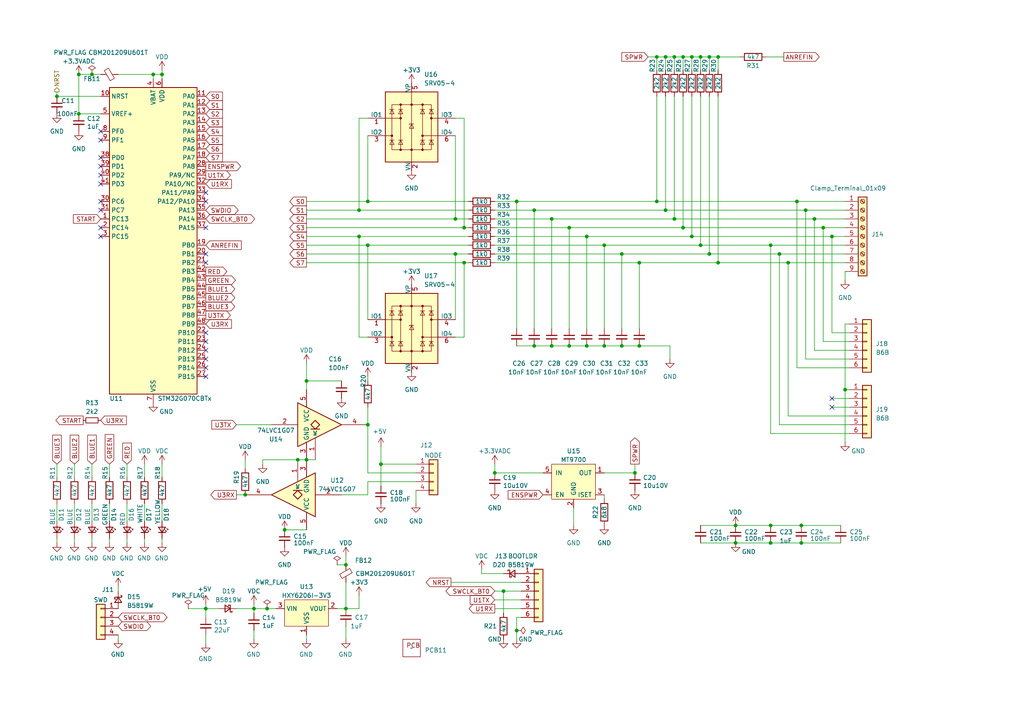
<source format=kicad_sch>
(kicad_sch (version 20230121) (generator eeschema)
  (paper "A4")
  (title_block (title "DRYER_ADC_4051") (date "2023-08-19") (rev "0.91") (company "Patento Kft") (comment 1 "Layout:TJP") (comment 2 "Drawing: TJP") (comment 3 "Design:TJP"))
  (junction (at 71.12 143.51))
  (junction (at 175.26 100.33))
  (junction (at 226.06 73.66))
  (junction (at 22.86 21.59))
  (junction (at 134.62 66.04))
  (junction (at 106.68 71.12))
  (junction (at 200.66 68.58))
  (junction (at 232.41 157.48))
  (junction (at 241.3 68.58))
  (junction (at 205.74 16.51))
  (junction (at 149.86 58.42))
  (junction (at 110.49 134.62))
  (junction (at 77.47 176.53))
  (junction (at 100.33 163.83))
  (junction (at 208.28 16.51))
  (junction (at 146.05 171.45))
  (junction (at 132.08 63.5))
  (junction (at 82.55 153.67))
  (junction (at 195.58 16.51))
  (junction (at 200.66 16.51))
  (junction (at 203.2 71.12))
  (junction (at 175.26 71.12))
  (junction (at 16.51 27.94))
  (junction (at 185.42 76.2))
  (junction (at 165.1 100.33))
  (junction (at 106.68 58.42))
  (junction (at 223.52 157.48))
  (junction (at 170.18 68.58))
  (junction (at 198.12 16.51))
  (junction (at 232.41 152.4))
  (junction (at 190.5 16.51))
  (junction (at 213.36 152.4))
  (junction (at 223.52 71.12))
  (junction (at 190.5 58.42))
  (junction (at 233.68 60.96))
  (junction (at 100.33 176.53))
  (junction (at 195.58 63.5))
  (junction (at 160.02 63.5))
  (junction (at 104.14 68.58))
  (junction (at 165.1 66.04))
  (junction (at 44.45 21.59))
  (junction (at 106.68 123.19))
  (junction (at 193.04 60.96))
  (junction (at 143.51 137.16))
  (junction (at 184.15 137.16))
  (junction (at 134.62 76.2))
  (junction (at 236.22 63.5))
  (junction (at 73.66 176.53))
  (junction (at 238.76 66.04))
  (junction (at 193.04 16.51))
  (junction (at 160.02 100.33))
  (junction (at 203.2 16.51))
  (junction (at 154.94 100.33))
  (junction (at 88.9 133.35))
  (junction (at 46.99 21.59))
  (junction (at 245.11 113.03))
  (junction (at 185.42 100.33))
  (junction (at 149.86 182.88))
  (junction (at 228.6 76.2))
  (junction (at 104.14 60.96))
  (junction (at 26.67 21.59))
  (junction (at 180.34 100.33))
  (junction (at 208.28 76.2))
  (junction (at 154.94 60.96))
  (junction (at 22.86 33.02))
  (junction (at 205.74 73.66))
  (junction (at 86.36 133.35))
  (junction (at 180.34 73.66))
  (junction (at 132.08 73.66))
  (junction (at 59.69 176.53))
  (junction (at 231.14 58.42))
  (junction (at 198.12 66.04))
  (junction (at 170.18 100.33))
  (junction (at 213.36 157.48))
  (junction (at 88.9 110.49))
  (junction (at 223.52 152.4))
  (no_connect (at 59.69 76.2))
  (no_connect (at 59.69 55.88))
  (no_connect (at 241.3 118.11))
  (no_connect (at 29.21 45.72))
  (no_connect (at 29.21 40.64))
  (no_connect (at 241.3 115.57))
  (no_connect (at 29.21 58.42))
  (no_connect (at 29.21 53.34))
  (no_connect (at 59.69 104.14))
  (no_connect (at 29.21 66.04))
  (no_connect (at 29.21 48.26))
  (no_connect (at 29.21 60.96))
  (no_connect (at 29.21 50.8))
  (no_connect (at 29.21 38.1))
  (no_connect (at 59.69 106.68))
  (no_connect (at 59.69 96.52))
  (no_connect (at 59.69 99.06))
  (no_connect (at 29.21 68.58))
  (no_connect (at 59.69 66.04))
  (no_connect (at 59.69 73.66))
  (no_connect (at 59.69 58.42))
  (no_connect (at 59.69 109.22))
  (no_connect (at 59.69 101.6))
  (wire (pts (xy 193.04 60.96) (xy 233.68 60.96)))
  (wire (pts (xy 200.66 16.51) (xy 200.66 20.32)))
  (wire (pts (xy 97.79 176.53) (xy 100.33 176.53)))
  (wire (pts (xy 143.51 176.53) (xy 151.13 176.53)))
  (wire (pts (xy 134.62 34.29) (xy 134.62 66.04)))
  (wire (pts (xy 88.9 60.96) (xy 104.14 60.96)))
  (wire (pts (xy 205.74 16.51) (xy 208.28 16.51)))
  (wire (pts (xy 223.52 152.4) (xy 232.41 152.4)))
  (wire (pts (xy 246.38 93.98) (xy 245.11 93.98)))
  (wire (pts (xy 205.74 27.94) (xy 205.74 73.66)))
  (wire (pts (xy 205.74 73.66) (xy 226.06 73.66)))
  (wire (pts (xy 203.2 16.51) (xy 203.2 20.32)))
  (wire (pts (xy 16.51 134.62) (xy 16.51 138.43)))
  (wire (pts (xy 22.86 33.02) (xy 22.86 21.59)))
  (wire (pts (xy 88.9 184.15) (xy 88.9 185.42)))
  (wire (pts (xy 143.51 134.62) (xy 143.51 137.16)))
  (wire (pts (xy 134.62 66.04) (xy 135.89 66.04)))
  (wire (pts (xy 68.58 123.19) (xy 78.74 123.19)))
  (wire (pts (xy 88.9 58.42) (xy 106.68 58.42)))
  (wire (pts (xy 214.63 16.51) (xy 208.28 16.51)))
  (wire (pts (xy 193.04 16.51) (xy 195.58 16.51)))
  (wire (pts (xy 59.69 176.53) (xy 63.5 176.53)))
  (wire (pts (xy 236.22 101.6) (xy 246.38 101.6)))
  (wire (pts (xy 146.05 171.45) (xy 146.05 177.8)))
  (wire (pts (xy 195.58 16.51) (xy 198.12 16.51)))
  (wire (pts (xy 104.14 97.79) (xy 104.14 68.58)))
  (wire (pts (xy 223.52 125.73) (xy 223.52 71.12)))
  (wire (pts (xy 110.49 140.97) (xy 110.49 134.62)))
  (wire (pts (xy 180.34 100.33) (xy 185.42 100.33)))
  (wire (pts (xy 236.22 63.5) (xy 245.11 63.5)))
  (wire (pts (xy 100.33 161.29) (xy 100.33 163.83)))
  (wire (pts (xy 154.94 60.96) (xy 193.04 60.96)))
  (wire (pts (xy 120.65 142.24) (xy 120.65 146.05)))
  (wire (pts (xy 175.26 137.16) (xy 184.15 137.16)))
  (wire (pts (xy 165.1 100.33) (xy 170.18 100.33)))
  (wire (pts (xy 106.68 109.22) (xy 106.68 110.49)))
  (wire (pts (xy 106.68 97.79) (xy 104.14 97.79)))
  (wire (pts (xy 160.02 63.5) (xy 160.02 95.25)))
  (wire (pts (xy 238.76 66.04) (xy 238.76 99.06)))
  (wire (pts (xy 238.76 66.04) (xy 245.11 66.04)))
  (wire (pts (xy 203.2 27.94) (xy 203.2 71.12)))
  (wire (pts (xy 132.08 97.79) (xy 134.62 97.79)))
  (wire (pts (xy 34.29 171.45) (xy 34.29 170.18)))
  (wire (pts (xy 88.9 66.04) (xy 134.62 66.04)))
  (wire (pts (xy 130.81 168.91) (xy 151.13 168.91)))
  (wire (pts (xy 143.51 58.42) (xy 149.86 58.42)))
  (wire (pts (xy 97.79 163.83) (xy 100.33 163.83)))
  (wire (pts (xy 46.99 157.48) (xy 46.99 156.21)))
  (wire (pts (xy 104.14 34.29) (xy 104.14 60.96)))
  (wire (pts (xy 203.2 152.4) (xy 213.36 152.4)))
  (wire (pts (xy 46.99 21.59) (xy 46.99 22.86)))
  (wire (pts (xy 190.5 27.94) (xy 190.5 58.42)))
  (wire (pts (xy 21.59 146.05) (xy 21.59 151.13)))
  (wire (pts (xy 44.45 21.59) (xy 44.45 22.86)))
  (wire (pts (xy 198.12 16.51) (xy 198.12 20.32)))
  (wire (pts (xy 110.49 129.54) (xy 110.49 134.62)))
  (wire (pts (xy 86.36 133.35) (xy 76.2 133.35)))
  (wire (pts (xy 106.68 39.37) (xy 106.68 58.42)))
  (wire (pts (xy 165.1 66.04) (xy 165.1 95.25)))
  (wire (pts (xy 170.18 68.58) (xy 170.18 95.25)))
  (wire (pts (xy 104.14 68.58) (xy 135.89 68.58)))
  (wire (pts (xy 143.51 73.66) (xy 180.34 73.66)))
  (wire (pts (xy 143.51 76.2) (xy 185.42 76.2)))
  (wire (pts (xy 143.51 63.5) (xy 160.02 63.5)))
  (wire (pts (xy 59.69 176.53) (xy 59.69 175.26)))
  (wire (pts (xy 59.69 176.53) (xy 59.69 179.07)))
  (wire (pts (xy 68.58 143.51) (xy 71.12 143.51)))
  (wire (pts (xy 200.66 16.51) (xy 203.2 16.51)))
  (wire (pts (xy 100.33 168.91) (xy 100.33 176.53)))
  (wire (pts (xy 231.14 106.68) (xy 231.14 58.42)))
  (wire (pts (xy 36.83 146.05) (xy 36.83 151.13)))
  (wire (pts (xy 149.86 100.33) (xy 154.94 100.33)))
  (wire (pts (xy 241.3 115.57) (xy 246.38 115.57)))
  (wire (pts (xy 175.26 143.51) (xy 175.26 144.78)))
  (wire (pts (xy 104.14 60.96) (xy 135.89 60.96)))
  (wire (pts (xy 41.91 134.62) (xy 41.91 138.43)))
  (wire (pts (xy 73.66 182.88) (xy 73.66 185.42)))
  (wire (pts (xy 88.9 68.58) (xy 104.14 68.58)))
  (wire (pts (xy 100.33 181.61) (xy 100.33 185.42)))
  (wire (pts (xy 231.14 58.42) (xy 245.11 58.42)))
  (wire (pts (xy 46.99 134.62) (xy 46.99 138.43)))
  (wire (pts (xy 34.29 184.15) (xy 34.29 185.42)))
  (wire (pts (xy 34.29 21.59) (xy 44.45 21.59)))
  (wire (pts (xy 223.52 71.12) (xy 245.11 71.12)))
  (wire (pts (xy 106.68 71.12) (xy 135.89 71.12)))
  (wire (pts (xy 31.75 134.62) (xy 31.75 138.43)))
  (wire (pts (xy 166.37 147.32) (xy 166.37 152.4)))
  (wire (pts (xy 175.26 100.33) (xy 180.34 100.33)))
  (wire (pts (xy 228.6 120.65) (xy 246.38 120.65)))
  (wire (pts (xy 26.67 157.48) (xy 26.67 156.21)))
  (wire (pts (xy 149.86 182.88) (xy 149.86 185.42)))
  (wire (pts (xy 46.99 20.32) (xy 46.99 21.59)))
  (wire (pts (xy 132.08 73.66) (xy 132.08 92.71)))
  (wire (pts (xy 132.08 73.66) (xy 135.89 73.66)))
  (wire (pts (xy 226.06 123.19) (xy 226.06 73.66)))
  (wire (pts (xy 195.58 63.5) (xy 236.22 63.5)))
  (wire (pts (xy 170.18 100.33) (xy 175.26 100.33)))
  (wire (pts (xy 149.86 179.07) (xy 151.13 179.07)))
  (wire (pts (xy 241.3 68.58) (xy 241.3 96.52)))
  (wire (pts (xy 236.22 101.6) (xy 236.22 63.5)))
  (wire (pts (xy 16.51 26.67) (xy 16.51 27.94)))
  (wire (pts (xy 185.42 76.2) (xy 208.28 76.2)))
  (wire (pts (xy 36.83 134.62) (xy 36.83 138.43)))
  (wire (pts (xy 185.42 100.33) (xy 194.31 100.33)))
  (wire (pts (xy 233.68 60.96) (xy 245.11 60.96)))
  (wire (pts (xy 198.12 16.51) (xy 200.66 16.51)))
  (wire (pts (xy 106.68 123.19) (xy 106.68 137.16)))
  (wire (pts (xy 106.68 118.11) (xy 106.68 123.19)))
  (wire (pts (xy 194.31 100.33) (xy 194.31 104.14)))
  (wire (pts (xy 139.7 166.37) (xy 146.05 166.37)))
  (wire (pts (xy 104.14 176.53) (xy 104.14 172.72)))
  (wire (pts (xy 100.33 176.53) (xy 104.14 176.53)))
  (wire (pts (xy 46.99 146.05) (xy 46.99 151.13)))
  (wire (pts (xy 205.74 16.51) (xy 205.74 20.32)))
  (wire (pts (xy 146.05 171.45) (xy 151.13 171.45)))
  (wire (pts (xy 208.28 16.51) (xy 208.28 20.32)))
  (wire (pts (xy 110.49 134.62) (xy 120.65 134.62)))
  (wire (pts (xy 227.33 16.51) (xy 222.25 16.51)))
  (wire (pts (xy 22.86 21.59) (xy 26.67 21.59)))
  (wire (pts (xy 175.26 71.12) (xy 175.26 95.25)))
  (wire (pts (xy 143.51 173.99) (xy 151.13 173.99)))
  (wire (pts (xy 26.67 146.05) (xy 26.67 151.13)))
  (wire (pts (xy 200.66 27.94) (xy 200.66 68.58)))
  (wire (pts (xy 139.7 166.37) (xy 139.7 165.1)))
  (wire (pts (xy 31.75 146.05) (xy 31.75 151.13)))
  (wire (pts (xy 232.41 157.48) (xy 243.84 157.48)))
  (wire (pts (xy 223.52 157.48) (xy 232.41 157.48)))
  (wire (pts (xy 106.68 139.7) (xy 120.65 139.7)))
  (wire (pts (xy 154.94 100.33) (xy 160.02 100.33)))
  (wire (pts (xy 241.3 118.11) (xy 246.38 118.11)))
  (wire (pts (xy 223.52 125.73) (xy 246.38 125.73)))
  (wire (pts (xy 200.66 68.58) (xy 241.3 68.58)))
  (wire (pts (xy 41.91 157.48) (xy 41.91 156.21)))
  (wire (pts (xy 106.68 137.16) (xy 120.65 137.16)))
  (wire (pts (xy 76.2 133.35) (xy 76.2 134.62)))
  (wire (pts (xy 226.06 73.66) (xy 245.11 73.66)))
  (wire (pts (xy 241.3 96.52) (xy 246.38 96.52)))
  (wire (pts (xy 226.06 123.19) (xy 246.38 123.19)))
  (wire (pts (xy 184.15 134.62) (xy 184.15 137.16)))
  (wire (pts (xy 36.83 157.48) (xy 36.83 156.21)))
  (wire (pts (xy 106.68 34.29) (xy 104.14 34.29)))
  (wire (pts (xy 154.94 60.96) (xy 154.94 95.25)))
  (wire (pts (xy 29.21 33.02) (xy 22.86 33.02)))
  (wire (pts (xy 149.86 179.07) (xy 149.86 182.88)))
  (wire (pts (xy 228.6 120.65) (xy 228.6 76.2)))
  (wire (pts (xy 245.11 78.74) (xy 245.11 81.28)))
  (wire (pts (xy 44.45 21.59) (xy 46.99 21.59)))
  (wire (pts (xy 134.62 97.79) (xy 134.62 76.2)))
  (wire (pts (xy 132.08 63.5) (xy 135.89 63.5)))
  (wire (pts (xy 106.68 143.51) (xy 106.68 139.7)))
  (wire (pts (xy 106.68 58.42) (xy 135.89 58.42)))
  (wire (pts (xy 195.58 27.94) (xy 195.58 63.5)))
  (wire (pts (xy 198.12 66.04) (xy 238.76 66.04)))
  (wire (pts (xy 143.51 68.58) (xy 170.18 68.58)))
  (wire (pts (xy 132.08 39.37) (xy 132.08 63.5)))
  (wire (pts (xy 31.75 157.48) (xy 31.75 156.21)))
  (wire (pts (xy 143.51 66.04) (xy 165.1 66.04)))
  (wire (pts (xy 88.9 63.5) (xy 132.08 63.5)))
  (wire (pts (xy 99.06 110.49) (xy 88.9 110.49)))
  (wire (pts (xy 238.76 99.06) (xy 246.38 99.06)))
  (wire (pts (xy 16.51 157.48) (xy 16.51 156.21)))
  (wire (pts (xy 233.68 104.14) (xy 246.38 104.14)))
  (wire (pts (xy 203.2 157.48) (xy 213.36 157.48)))
  (wire (pts (xy 233.68 60.96) (xy 233.68 104.14)))
  (wire (pts (xy 245.11 113.03) (xy 245.11 128.27)))
  (wire (pts (xy 143.51 171.45) (xy 146.05 171.45)))
  (wire (pts (xy 73.66 177.8) (xy 73.66 176.53)))
  (wire (pts (xy 26.67 21.59) (xy 29.21 21.59)))
  (wire (pts (xy 82.55 153.67) (xy 88.9 153.67)))
  (wire (pts (xy 203.2 16.51) (xy 205.74 16.51)))
  (wire (pts (xy 134.62 76.2) (xy 135.89 76.2)))
  (wire (pts (xy 99.06 143.51) (xy 106.68 143.51)))
  (wire (pts (xy 91.44 133.35) (xy 88.9 133.35)))
  (wire (pts (xy 149.86 58.42) (xy 190.5 58.42)))
  (wire (pts (xy 26.67 134.62) (xy 26.67 138.43)))
  (wire (pts (xy 21.59 134.62) (xy 21.59 138.43)))
  (wire (pts (xy 88.9 110.49) (xy 88.9 113.03)))
  (wire (pts (xy 77.47 176.53) (xy 80.01 176.53)))
  (wire (pts (xy 149.86 58.42) (xy 149.86 95.25)))
  (wire (pts (xy 175.26 71.12) (xy 203.2 71.12)))
  (wire (pts (xy 213.36 152.4) (xy 223.52 152.4)))
  (wire (pts (xy 180.34 95.25) (xy 180.34 73.66)))
  (wire (pts (xy 213.36 157.48) (xy 223.52 157.48)))
  (wire (pts (xy 190.5 16.51) (xy 193.04 16.51)))
  (wire (pts (xy 208.28 27.94) (xy 208.28 76.2)))
  (wire (pts (xy 231.14 106.68) (xy 246.38 106.68)))
  (wire (pts (xy 193.04 16.51) (xy 193.04 20.32)))
  (wire (pts (xy 241.3 68.58) (xy 245.11 68.58)))
  (wire (pts (xy 71.12 133.35) (xy 71.12 135.89)))
  (wire (pts (xy 88.9 73.66) (xy 132.08 73.66)))
  (wire (pts (xy 73.66 175.26) (xy 73.66 176.53)))
  (wire (pts (xy 228.6 76.2) (xy 245.11 76.2)))
  (wire (pts (xy 88.9 76.2) (xy 134.62 76.2)))
  (wire (pts (xy 16.51 27.94) (xy 29.21 27.94)))
  (wire (pts (xy 59.69 184.15) (xy 59.69 186.69)))
  (wire (pts (xy 187.96 16.51) (xy 190.5 16.51)))
  (wire (pts (xy 245.11 93.98) (xy 245.11 113.03)))
  (wire (pts (xy 190.5 58.42) (xy 231.14 58.42)))
  (wire (pts (xy 68.58 176.53) (xy 73.66 176.53)))
  (wire (pts (xy 245.11 113.03) (xy 246.38 113.03)))
  (wire (pts (xy 106.68 71.12) (xy 106.68 92.71)))
  (wire (pts (xy 143.51 71.12) (xy 175.26 71.12)))
  (wire (pts (xy 232.41 152.4) (xy 243.84 152.4)))
  (wire (pts (xy 190.5 20.32) (xy 190.5 16.51)))
  (wire (pts (xy 193.04 27.94) (xy 193.04 60.96)))
  (wire (pts (xy 132.08 34.29) (xy 134.62 34.29)))
  (wire (pts (xy 160.02 100.33) (xy 165.1 100.33)))
  (wire (pts (xy 16.51 146.05) (xy 16.51 151.13)))
  (wire (pts (xy 143.51 137.16) (xy 157.48 137.16)))
  (wire (pts (xy 165.1 66.04) (xy 198.12 66.04)))
  (wire (pts (xy 41.91 146.05) (xy 41.91 151.13)))
  (wire (pts (xy 185.42 76.2) (xy 185.42 95.25)))
  (wire (pts (xy 170.18 68.58) (xy 200.66 68.58)))
  (wire (pts (xy 88.9 71.12) (xy 106.68 71.12)))
  (wire (pts (xy 143.51 60.96) (xy 154.94 60.96)))
  (wire (pts (xy 198.12 27.94) (xy 198.12 66.04)))
  (wire (pts (xy 21.59 157.48) (xy 21.59 156.21)))
  (wire (pts (xy 88.9 133.35) (xy 86.36 133.35)))
  (wire (pts (xy 203.2 71.12) (xy 223.52 71.12)))
  (wire (pts (xy 88.9 105.41) (xy 88.9 110.49)))
  (wire (pts (xy 180.34 73.66) (xy 205.74 73.66)))
  (wire (pts (xy 208.28 76.2) (xy 228.6 76.2)))
  (wire (pts (xy 73.66 176.53) (xy 77.47 176.53)))
  (wire (pts (xy 195.58 16.51) (xy 195.58 20.32)))
  (wire (pts (xy 160.02 63.5) (xy 195.58 63.5)))
  (wire (pts (xy 54.61 176.53) (xy 59.69 176.53)))
  (global_label "START" (shape input) (at 29.21 63.5 180) (property "Intersheetrefs" "${INTERSHEET_REFS}" (effects hide)))
  (global_label "U1TX" (shape output) (at 59.69 50.8 0) (property "Intersheetrefs" "${INTERSHEET_REFS}" (effects hide)))
  (global_label "S5" (shape output) (at 88.9 71.12 180) (property "Intersheetrefs" "${INTERSHEET_REFS}" (effects hide)))
  (global_label "GREEN" (shape input) (at 31.75 134.62 90) (property "Intersheetrefs" "${INTERSHEET_REFS}" (effects hide)))
  (global_label "S3" (shape output) (at 88.9 66.04 180) (property "Intersheetrefs" "${INTERSHEET_REFS}" (effects hide)))
  (global_label "S4" (shape output) (at 88.9 68.58 180) (property "Intersheetrefs" "${INTERSHEET_REFS}" (effects hide)))
  (global_label "U1RX" (shape input) (at 59.69 53.34 0) (property "Intersheetrefs" "${INTERSHEET_REFS}" (effects hide)))
  (global_label "S3" (shape input) (at 59.69 35.56 0) (property "Intersheetrefs" "${INTERSHEET_REFS}" (effects hide)))
  (global_label "S0" (shape output) (at 88.9 58.42 180) (property "Intersheetrefs" "${INTERSHEET_REFS}" (effects hide)))
  (global_label "SWDIO" (shape bidirectional) (at 59.69 60.96 0) (property "Intersheetrefs" "${INTERSHEET_REFS}" (effects hide)))
  (global_label "S2" (shape output) (at 88.9 63.5 180) (property "Intersheetrefs" "${INTERSHEET_REFS}" (effects hide)))
  (global_label "BLUE2" (shape input) (at 21.59 134.62 90) (property "Intersheetrefs" "${INTERSHEET_REFS}" (effects hide)))
  (global_label "SWCLK_BT0" (shape bidirectional) (at 34.29 179.07 0) (property "Intersheetrefs" "${INTERSHEET_REFS}" (effects hide)))
  (global_label "ENSPWR" (shape input) (at 157.48 143.51 180) (property "Intersheetrefs" "${INTERSHEET_REFS}" (effects hide)))
  (global_label "SPWR" (shape output) (at 184.15 134.62 90) (property "Intersheetrefs" "${INTERSHEET_REFS}" (effects hide)))
  (global_label "S5" (shape input) (at 59.69 40.64 0) (property "Intersheetrefs" "${INTERSHEET_REFS}" (effects hide)))
  (global_label "ANREFIN" (shape output) (at 227.33 16.51 0) (property "Intersheetrefs" "${INTERSHEET_REFS}" (effects hide)))
  (global_label "SWCLK_BT0" (shape bidirectional) (at 59.69 63.5 0) (property "Intersheetrefs" "${INTERSHEET_REFS}" (effects hide)))
  (global_label "RED" (shape output) (at 59.69 78.74 0) (property "Intersheetrefs" "${INTERSHEET_REFS}" (effects hide)))
  (global_label "S2" (shape input) (at 59.69 33.02 0) (property "Intersheetrefs" "${INTERSHEET_REFS}" (effects hide)))
  (global_label "SWDIO" (shape bidirectional) (at 34.29 181.61 0) (property "Intersheetrefs" "${INTERSHEET_REFS}" (effects hide)))
  (global_label "U3RX" (shape input) (at 59.69 93.98 0) (property "Intersheetrefs" "${INTERSHEET_REFS}" (effects hide)))
  (global_label "S1" (shape output) (at 88.9 60.96 180) (property "Intersheetrefs" "${INTERSHEET_REFS}" (effects hide)))
  (global_label "SPWR" (shape input) (at 187.96 16.51 180) (property "Intersheetrefs" "${INTERSHEET_REFS}" (effects hide)))
  (global_label "BLUE1" (shape output) (at 59.69 83.82 0) (property "Intersheetrefs" "${INTERSHEET_REFS}" (effects hide)))
  (global_label "U3TX" (shape output) (at 59.69 91.44 0) (property "Intersheetrefs" "${INTERSHEET_REFS}" (effects hide)))
  (global_label "S0" (shape input) (at 59.69 27.94 0) (property "Intersheetrefs" "${INTERSHEET_REFS}" (effects hide)))
  (global_label "U1TX" (shape input) (at 143.51 173.99 180) (property "Intersheetrefs" "${INTERSHEET_REFS}" (effects hide)))
  (global_label "S6" (shape output) (at 88.9 73.66 180) (property "Intersheetrefs" "${INTERSHEET_REFS}" (effects hide)))
  (global_label "ANREFIN" (shape input) (at 59.69 71.12 0) (property "Intersheetrefs" "${INTERSHEET_REFS}" (effects hide)))
  (global_label "BLUE2" (shape output) (at 59.69 86.36 0) (property "Intersheetrefs" "${INTERSHEET_REFS}" (effects hide)))
  (global_label "ENSPWR" (shape output) (at 59.69 48.26 0) (property "Intersheetrefs" "${INTERSHEET_REFS}" (effects hide)))
  (global_label "U1RX" (shape output) (at 143.51 176.53 180) (property "Intersheetrefs" "${INTERSHEET_REFS}" (effects hide)))
  (global_label "S7" (shape input) (at 59.69 45.72 0) (property "Intersheetrefs" "${INTERSHEET_REFS}" (effects hide)))
  (global_label "NRST" (shape output) (at 130.81 168.91 180) (property "Intersheetrefs" "${INTERSHEET_REFS}" (effects hide)))
  (global_label "BLUE3" (shape input) (at 16.51 134.62 90) (property "Intersheetrefs" "${INTERSHEET_REFS}" (effects hide)))
  (global_label "U3RX" (shape output) (at 68.58 143.51 180) (property "Intersheetrefs" "${INTERSHEET_REFS}" (effects hide)))
  (global_label "START" (shape output) (at 24.13 121.92 180) (property "Intersheetrefs" "${INTERSHEET_REFS}" (effects hide)))
  (global_label "BLUE3" (shape output) (at 59.69 88.9 0) (property "Intersheetrefs" "${INTERSHEET_REFS}" (effects hide)))
  (global_label "SWCLK_BT0" (shape bidirectional) (at 143.51 171.45 180) (property "Intersheetrefs" "${INTERSHEET_REFS}" (effects hide)))
  (global_label "S7" (shape output) (at 88.9 76.2 180) (property "Intersheetrefs" "${INTERSHEET_REFS}" (effects hide)))
  (global_label "S6" (shape input) (at 59.69 43.18 0) (property "Intersheetrefs" "${INTERSHEET_REFS}" (effects hide)))
  (global_label "BLUE1" (shape input) (at 26.67 134.62 90) (property "Intersheetrefs" "${INTERSHEET_REFS}" (effects hide)))
  (global_label "U3RX" (shape input) (at 29.21 121.92 0) (property "Intersheetrefs" "${INTERSHEET_REFS}" (effects hide)))
  (global_label "S4" (shape input) (at 59.69 38.1 0) (property "Intersheetrefs" "${INTERSHEET_REFS}" (effects hide)))
  (global_label "U3TX" (shape input) (at 68.58 123.19 180) (property "Intersheetrefs" "${INTERSHEET_REFS}" (effects hide)))
  (global_label "GREEN" (shape output) (at 59.69 81.28 0) (property "Intersheetrefs" "${INTERSHEET_REFS}" (effects hide)))
  (global_label "RED" (shape input) (at 36.83 134.62 90) (property "Intersheetrefs" "${INTERSHEET_REFS}" (effects hide)))
  (global_label "S1" (shape input) (at 59.69 30.48 0) (property "Intersheetrefs" "${INTERSHEET_REFS}" (effects hide)))
  (hierarchical_label "NRST" (shape output) (at 16.51 26.67 90))
  (symbol (lib_id "power:GND") (at 194.31 104.14 0) (unit 1)
    (property "Reference" "#PWR051" (effects hide))
    (property "Value" "GND" (at 194.31 109.22 0))
  )
  (symbol (lib_id "Device:R") (at 205.74 24.13 0) (mirror y) (unit 1)
    (property "Reference" "R29" (at 204.47 19.05 90))
    (property "Value" "2k2" (at 205.74 24.13 90))
    (property "Footprint" "Resistor_SMD:R_0402_1005Metric" (effects hide))
  )
  (symbol (lib_id "power:PWR_FLAG") (at 149.86 182.88 270) (unit 1)
    (property "Reference" "#FLG015" (effects hide))
    (property "Value" "PWR_FLAG" (at 153.67 183.515 90) (effects (justify left)))
  )
  (symbol (lib_id "power:VDD") (at 100.33 161.29 0) (unit 1)
    (property "Reference" "#PWR038" (effects hide))
    (property "Value" "VDD" (at 100.33 157.48 0))
  )
  (symbol (lib_id "Device:R") (at 139.7 60.96 270) (mirror x) (unit 1)
    (property "Reference" "R33" (at 146.05 59.69 90))
    (property "Value" "1k0" (at 139.7 60.96 90))
    (property "Footprint" "Resistor_SMD:R_0402_1005Metric" (effects hide))
  )
  (symbol (lib_id "power:GND") (at 149.86 185.42 0) (unit 1)
    (property "Reference" "#PWR049" (effects hide))
    (property "Value" "GND" (at 152.4 185.42 0))
  )
  (symbol (lib_id "Device:R") (at 146.05 181.61 0) (mirror y) (unit 1)
    (property "Reference" "R21" (at 142.24 181.61 0))
    (property "Value" "4k7" (at 146.05 181.61 90))
    (property "Footprint" "Resistor_SMD:R_0402_1005Metric" (effects hide))
  )
  (symbol (lib_id "MCU_ST_STM32G0:STM32G070CBTx") (at 44.45 71.12 0) (unit 1)
    (property "Reference" "U11" (at 31.75 115.57 0) (effects (justify left)))
    (property "Value" "STM32G070CBTx" (at 45.72 115.57 0) (effects (justify left)))
    (property "Footprint" "Package_QFP:LQFP-48_7x7mm_P0.5mm" (effects hide))
    (property "Datasheet" "https://www.st.com/resource/en/datasheet/stm32g070cb.pdf" (effects hide))
    (property "LCSC" "C529338" (effects hide))
  )
  (symbol (lib_id "power:VDD") (at 213.36 152.4 0) (unit 1)
    (property "Reference" "#PWR057" (effects hide))
    (property "Value" "VDD" (at 213.36 148.59 0))
  )
  (symbol (lib_id "power:PWR_FLAG") (at 54.61 176.53 0) (unit 1)
    (property "Reference" "#FLG012" (effects hide))
    (property "Value" "PWR_FLAG" (at 54.61 172.72 0))
  )
  (symbol (lib_id "Device:R") (at 41.91 142.24 0) (mirror y) (unit 1)
    (property "Reference" "R17" (at 40.64 137.16 90))
    (property "Value" "4k7" (at 41.91 142.24 90))
    (property "Footprint" "Resistor_SMD:R_0402_1005Metric" (effects hide))
  )
  (symbol (lib_id "power:GND") (at 41.91 157.48 0) (mirror y) (unit 1)
    (property "Reference" "#PWR022" (effects hide))
    (property "Value" "GND" (at 41.783 161.8742 0))
  )
  (symbol (lib_id "tjp_lib:HXY6206I") (at 88.9 176.53 0) (unit 1)
    (property "Reference" "U13" (at 88.9 170.18 0))
    (property "Value" "HXY6206I-3V3" (at 88.9 172.72 0))
    (property "Footprint" "Package_TO_SOT_SMD:SOT-23" (effects hide))
    (property "LCSC" "C5148688" (effects hide))
  )
  (symbol (lib_id "power:VDD") (at 71.12 133.35 0) (unit 1)
    (property "Reference" "#PWR029" (effects hide))
    (property "Value" "VDD" (at 71.12 129.54 0))
  )
  (symbol (lib_id "dryer_node-rescue:Ferrite_Bead_Small-Device") (at 31.75 21.59 90) (mirror x) (unit 1)
    (property "Reference" "FB11" (at 26.67 22.86 90))
    (property "Value" "CBM201209U601T" (at 34.29 15.24 90))
    (property "Footprint" "Inductor_SMD:L_0805_2012Metric_Pad1.15x1.40mm_HandSolder" (effects hide))
    (property "LCSC" "C139168" (effects hide))
  )
  (symbol (lib_id "Connector_Generic:Conn_01x04") (at 125.73 137.16 0) (unit 1)
    (property "Reference" "J12" (at 123.6472 129.1082 0))
    (property "Value" "NODE" (at 125.73 132.08 0))
    (property "Footprint" "Connector_JST:JST_XH_B4B-XH-A_1x04_P2.50mm_Vertical" (effects hide))
    (property "LCSC" "C144395" (effects hide))
  )
  (symbol (lib_id "Device:R") (at 198.12 24.13 0) (mirror y) (unit 1)
    (property "Reference" "R26" (at 196.85 19.05 90))
    (property "Value" "2k2" (at 198.12 24.13 90))
    (property "Footprint" "Resistor_SMD:R_0402_1005Metric" (effects hide))
  )
  (symbol (lib_id "Device:LED_Small") (at 31.75 153.67 270) (mirror x) (unit 1)
    (property "Reference" "D14" (at 33.02 147.32 0) (effects (justify right)))
    (property "Value" "GREEN" (at 30.48 146.05 0) (effects (justify right)))
    (property "Footprint" "LED_SMD:LED_0603_1608Metric" (effects hide))
    (property "Sourcing link" "https://lomex.hu/hu/webshop/#/search,95-03-86/stype,1" (effects hide))
    (property "LCSC" "C72043" (effects hide))
  )
  (symbol (lib_id "74xGxx:74LVC1G07") (at 83.82 143.51 180) (unit 1)
    (property "Reference" "U12" (at 97.79 139.3189 0))
    (property "Value" "74LVC1G07" (at 97.79 141.8589 0))
    (property "Footprint" "Package_TO_SOT_SMD:SOT-23-5" (effects hide))
    (property "Datasheet" "https://www.ti.com/lit/ds/symlink/sn74lvc1g07.pdf" (effects hide))
    (property "LCSC" "C5124976" (effects hide))
  )
  (symbol (lib_id "Device:D_Schottky_Small") (at 34.29 173.99 270) (unit 1)
    (property "Reference" "D15" (at 36.83 173.101 90) (effects (justify left)))
    (property "Value" "B5819W" (at 36.83 175.641 90) (effects (justify left)))
    (property "Footprint" "Diode_SMD:D_SOD-123" (effects hide))
    (property "LCSC" "C8598" (effects hide))
  )
  (symbol (lib_id "Device:C_Small") (at 160.02 97.79 0) (unit 1)
    (property "Reference" "C28" (at 158.75 105.41 0) (effects (justify left)))
    (property "Value" "10nF" (at 157.48 107.95 0) (effects (justify left)))
    (property "Footprint" "Capacitor_SMD:C_0402_1005Metric" (effects hide))
  )
  (symbol (lib_id "Device:LED_Small") (at 21.59 153.67 270) (mirror x) (unit 1)
    (property "Reference" "D12" (at 22.86 147.32 0) (effects (justify right)))
    (property "Value" "BLUE" (at 20.32 147.32 0) (effects (justify right)))
    (property "Footprint" "LED_SMD:LED_0603_1608Metric" (effects hide))
    (property "Sourcing link" "https://lomex.hu/hu/webshop/#/search,95-03-86/stype,1" (effects hide))
    (property "LCSC" "C72041" (effects hide))
  )
  (symbol (lib_id "power:VDC") (at 73.66 175.26 0) (unit 1)
    (property "Reference" "#PWR030" (effects hide))
    (property "Value" "VDC" (at 73.66 171.45 0))
  )
  (symbol (lib_id "power:GND") (at 36.83 157.48 0) (mirror y) (unit 1)
    (property "Reference" "#PWR020" (effects hide))
    (property "Value" "GND" (at 36.703 161.8742 0))
  )
  (symbol (lib_id "power:GND") (at 88.9 185.42 0) (mirror y) (unit 1)
    (property "Reference" "#PWR036" (effects hide))
    (property "Value" "GND" (at 88.773 189.8142 0))
  )
  (symbol (lib_id "Device:R") (at 200.66 24.13 0) (mirror y) (unit 1)
    (property "Reference" "R27" (at 199.39 19.05 90))
    (property "Value" "2k2" (at 200.66 24.13 90))
    (property "Footprint" "Resistor_SMD:R_0402_1005Metric" (effects hide))
  )
  (symbol (lib_id "power:GND") (at 44.45 116.84 0) (unit 1)
    (property "Reference" "#PWR023" (effects hide))
    (property "Value" "GND" (at 48.26 119.38 0))
  )
  (symbol (lib_id "Device:C_Small") (at 143.51 139.7 0) (unit 1)
    (property "Reference" "C19" (at 145.8468 138.5316 0) (effects (justify left)))
    (property "Value" "10u10V" (at 145.8468 140.843 0) (effects (justify left)))
    (property "Footprint" "Capacitor_SMD:C_0603_1608Metric" (effects hide))
    (property "LCSC" "C19702" (effects hide))
  )
  (symbol (lib_id "power:GND") (at 59.69 186.69 0) (mirror y) (unit 1)
    (property "Reference" "#PWR028" (effects hide))
    (property "Value" "GND" (at 59.563 191.0842 0))
  )
  (symbol (lib_id "Device:R") (at 203.2 24.13 0) (mirror y) (unit 1)
    (property "Reference" "R28" (at 201.93 19.05 90))
    (property "Value" "2k2" (at 203.2 24.13 90))
    (property "Footprint" "Resistor_SMD:R_0402_1005Metric" (effects hide))
  )
  (symbol (lib_id "power:+5V") (at 110.49 129.54 0) (mirror y) (unit 1)
    (property "Reference" "#PWR042" (effects hide))
    (property "Value" "+5V" (at 110.109 125.1458 0))
  )
  (symbol (lib_id "power:GND") (at 110.49 146.05 0) (unit 1)
    (property "Reference" "#PWR043" (effects hide))
    (property "Value" "GND" (at 110.49 151.13 0))
  )
  (symbol (lib_id "Device:LED_Small") (at 26.67 153.67 270) (mirror x) (unit 1)
    (property "Reference" "D13" (at 27.94 147.32 0) (effects (justify right)))
    (property "Value" "BLUE" (at 25.4 147.32 0) (effects (justify right)))
    (property "Footprint" "LED_SMD:LED_0603_1608Metric" (effects hide))
    (property "Sourcing link" "https://lomex.hu/hu/webshop/#/search,95-03-86/stype,1" (effects hide))
    (property "LCSC" "C72041" (effects hide))
  )
  (symbol (lib_id "power:GND") (at 82.55 158.75 0) (unit 1)
    (property "Reference" "#PWR034" (effects hide))
    (property "Value" "GND" (at 82.55 163.83 0))
  )
  (symbol (lib_id "Device:R") (at 46.99 142.24 0) (mirror y) (unit 1)
    (property "Reference" "R18" (at 45.72 137.16 90))
    (property "Value" "4k7" (at 46.99 142.24 90))
    (property "Footprint" "Resistor_SMD:R_0402_1005Metric" (effects hide))
  )
  (symbol (lib_id "Device:C_Small") (at 232.41 154.94 0) (unit 1)
    (property "Reference" "C24" (at 234.95 154.3113 0) (effects (justify left)))
    (property "Value" "100nF" (at 234.95 156.21 0) (effects (justify left)))
    (property "Footprint" "Capacitor_SMD:C_0402_1005Metric" (effects hide))
  )
  (symbol (lib_id "Device:R") (at 139.7 73.66 270) (mirror x) (unit 1)
    (property "Reference" "R38" (at 146.05 72.39 90))
    (property "Value" "1k0" (at 139.7 73.66 90))
    (property "Footprint" "Resistor_SMD:R_0402_1005Metric" (effects hide))
  )
  (symbol (lib_id "Device:C_Small") (at 154.94 97.79 0) (unit 1)
    (property "Reference" "C27" (at 153.67 105.41 0) (effects (justify left)))
    (property "Value" "10nF" (at 152.4 107.95 0) (effects (justify left)))
    (property "Footprint" "Capacitor_SMD:C_0402_1005Metric" (effects hide))
  )
  (symbol (lib_id "power:GND") (at 213.36 157.48 0) (unit 1)
    (property "Reference" "#PWR058" (effects hide))
    (property "Value" "GND" (at 217.17 160.02 0))
  )
  (symbol (lib_id "power:GND") (at 26.67 157.48 0) (mirror y) (unit 1)
    (property "Reference" "#PWR016" (effects hide))
    (property "Value" "GND" (at 26.543 161.8742 0))
  )
  (symbol (lib_id "Connector_Generic:Conn_01x06") (at 251.46 99.06 0) (unit 1)
    (property "Reference" "J18" (at 254 99.695 0) (effects (justify left)))
    (property "Value" "B6B" (at 254 102.235 0) (effects (justify left)))
    (property "Footprint" "Connector_JST:JST_XH_B6B-XH-A_1x06_P2.50mm_Vertical" (effects hide))
    (property "LCSC" "C144397" (effects hide))
  )
  (symbol (lib_id "power:GND") (at 16.51 33.02 0) (unit 1)
    (property "Reference" "#PWR011" (effects hide))
    (property "Value" "GND" (at 16.51 38.1 0))
  )
  (symbol (lib_id "power:+3.3VADC") (at 143.51 134.62 0) (unit 1)
    (property "Reference" "#PWR046" (effects hide))
    (property "Value" "+3.3VADC" (at 143.51 130.81 0))
  )
  (symbol (lib_id "Connector:Screw_Terminal_01x09") (at 250.19 68.58 0) (unit 1)
    (property "Reference" "J14" (at 252.73 67.945 0) (effects (justify left)))
    (property "Value" "Clamp_Terminal_01x09" (at 234.95 54.61 0) (effects (justify left)))
    (property "Footprint" "tjp_footprints:DB141V-2.54-09P-C" (effects hide))
    (property "LCSC" "C2898761" (effects hide))
  )
  (symbol (lib_id "power:GND") (at 120.65 146.05 0) (unit 1)
    (property "Reference" "#PWR044" (effects hide))
    (property "Value" "GND" (at 120.65 151.13 0))
  )
  (symbol (lib_id "power:PWR_FLAG") (at 77.47 176.53 0) (unit 1)
    (property "Reference" "#FLG013" (effects hide))
    (property "Value" "PWR_FLAG" (at 78.74 168.91 0))
  )
  (symbol (lib_id "power:PWR_FLAG") (at 26.67 21.59 0) (unit 1)
    (property "Reference" "#FLG011" (effects hide))
    (property "Value" "PWR_FLAG" (at 20.32 15.24 0))
  )
  (symbol (lib_id "74xGxx:74LVC1G07") (at 93.98 123.19 0) (unit 1)
    (property "Reference" "U14" (at 80.01 127.3811 0))
    (property "Value" "74LVC1G07" (at 80.01 124.8411 0))
    (property "Footprint" "Package_TO_SOT_SMD:SOT-23-5" (effects hide))
    (property "Datasheet" "https://www.ti.com/lit/ds/symlink/sn74lvc1g07.pdf" (effects hide))
    (property "LCSC" "C5124976" (effects hide))
  )
  (symbol (lib_id "power:GND") (at 22.86 38.1 0) (unit 1)
    (property "Reference" "#PWR015" (effects hide))
    (property "Value" "GND" (at 22.86 43.18 0))
  )
  (symbol (lib_id "Power_Protection:SRV05-4") (at 119.38 95.25 0) (unit 1)
    (property "Reference" "U17" (at 123.0061 80.01 0) (effects (justify left)))
    (property "Value" "SRV05-4" (at 123.0061 82.55 0) (effects (justify left)))
    (property "Footprint" "Package_TO_SOT_SMD:SOT-23-6" (effects hide))
    (property "Datasheet" "http://www.onsemi.com/pub/Collateral/SRV05-4-D.PDF" (effects hide))
    (property "LCSC" "C2836319" (effects hide))
  )
  (symbol (lib_id "Connector_Generic:Conn_01x06") (at 251.46 118.11 0) (unit 1)
    (property "Reference" "J19" (at 254 118.745 0) (effects (justify left)))
    (property "Value" "B6B" (at 254 121.285 0) (effects (justify left)))
    (property "Footprint" "Connector_JST:JST_XH_B6B-XH-A_1x06_P2.50mm_Vertical" (effects hide))
    (property "LCSC" "C144397" (effects hide))
  )
  (symbol (lib_id "power:GND") (at 73.66 185.42 0) (mirror y) (unit 1)
    (property "Reference" "#PWR031" (effects hide))
    (property "Value" "GND" (at 73.533 189.8142 0))
  )
  (symbol (lib_id "Device:C_Small") (at 185.42 97.79 0) (unit 1)
    (property "Reference" "C33" (at 184.15 105.41 0) (effects (justify left)))
    (property "Value" "10nF" (at 182.88 107.95 0) (effects (justify left)))
    (property "Footprint" "Capacitor_SMD:C_0402_1005Metric" (effects hide))
  )
  (symbol (lib_id "Connector_Generic:Conn_01x06") (at 156.21 171.45 0) (unit 1)
    (property "Reference" "J13" (at 143.51 161.29 0) (effects (justify left)))
    (property "Value" "BOOTLDR" (at 147.32 161.29 0) (effects (justify left)))
    (property "Footprint" "Connector_JST:JST_XH_B6B-XH-A_1x06_P2.50mm_Vertical" (effects hide))
    (property "LCSC" "C144397" (effects hide))
  )
  (symbol (lib_id "Device:R") (at 218.44 16.51 90) (mirror x) (unit 1)
    (property "Reference" "R31" (at 218.44 19.05 90))
    (property "Value" "4k7" (at 218.44 16.51 90))
    (property "Footprint" "Resistor_SMD:R_0402_1005Metric" (effects hide))
  )
  (symbol (lib_id "Device:R") (at 195.58 24.13 0) (mirror y) (unit 1)
    (property "Reference" "R25" (at 194.31 19.05 90))
    (property "Value" "2k2" (at 195.58 24.13 90))
    (property "Footprint" "Resistor_SMD:R_0402_1005Metric" (effects hide))
  )
  (symbol (lib_id "Device:C_Small") (at 100.33 179.07 0) (unit 1)
    (property "Reference" "C17" (at 102.87 179.07 0) (effects (justify left)))
    (property "Value" "1uF" (at 101.6 181.61 0) (effects (justify left)))
    (property "Footprint" "Capacitor_SMD:C_0603_1608Metric" (effects hide))
    (property "LCSC" "C15849" (effects hide))
  )
  (symbol (lib_id "Device:C_Small") (at 16.51 30.48 0) (unit 1)
    (property "Reference" "C11" (at 17.78 29.21 0) (effects (justify left)))
    (property "Value" "100nF" (at 16.51 33.02 0) (effects (justify left)))
    (property "Footprint" "Capacitor_SMD:C_0402_1005Metric" (effects hide))
  )
  (symbol (lib_id "tjp_lib:Dryer_ADC_4051_PCB") (at 119.38 187.96 0) (unit 1)
    (property "Reference" "PCB11" (at 123.19 188.595 0) (effects (justify left)))
    (property "Value" "~" (at 119.38 187.96 0))
    (property "Footprint" "TJP_FOOTPRINTS:Dyer_ADC_78x28" (effects hide))
  )
  (symbol (lib_id "Device:R") (at 175.26 148.59 0) (unit 1)
    (property "Reference" "R22" (at 172.72 148.59 90))
    (property "Value" "6k8" (at 175.26 148.59 90))
    (property "Footprint" "Resistor_SMD:R_0402_1005Metric" (effects hide))
  )
  (symbol (lib_id "Device:C_Small") (at 175.26 97.79 0) (unit 1)
    (property "Reference" "C31" (at 173.99 105.41 0) (effects (justify left)))
    (property "Value" "10nF" (at 172.72 107.95 0) (effects (justify left)))
    (property "Footprint" "Capacitor_SMD:C_0402_1005Metric" (effects hide))
  )
  (symbol (lib_id "Device:C_Small") (at 59.69 181.61 0) (unit 1)
    (property "Reference" "C13" (at 62.0268 180.4416 0) (effects (justify left)))
    (property "Value" "22uF" (at 62.0268 182.753 0) (effects (justify left)))
    (property "Footprint" "Capacitor_SMD:C_1206_3216Metric" (effects hide))
    (property "LCSC" "C5672" (effects hide))
  )
  (symbol (lib_id "power:GND") (at 16.51 157.48 0) (mirror y) (unit 1)
    (property "Reference" "#PWR012" (effects hide))
    (property "Value" "GND" (at 16.383 161.8742 0))
  )
  (symbol (lib_id "power:GND") (at 119.38 49.53 0) (unit 1)
    (property "Reference" "#PWR060" (effects hide))
    (property "Value" "GND" (at 119.38 54.61 0))
  )
  (symbol (lib_id "power:GND") (at 119.38 107.95 0) (unit 1)
    (property "Reference" "#PWR054" (effects hide))
    (property "Value" "GND" (at 119.38 113.03 0))
  )
  (symbol (lib_id "power:VDC") (at 139.7 165.1 0) (unit 1)
    (property "Reference" "#PWR045" (effects hide))
    (property "Value" "VDC" (at 139.7 161.29 0))
  )
  (symbol (lib_id "Device:R") (at 71.12 139.7 0) (mirror y) (unit 1)
    (property "Reference" "R19" (at 68.58 138.43 90))
    (property "Value" "4k7" (at 71.12 139.7 90))
    (property "Footprint" "Resistor_SMD:R_0402_1005Metric" (effects hide))
  )
  (symbol (lib_id "power:+5V") (at 59.69 175.26 0) (mirror y) (unit 1)
    (property "Reference" "#PWR027" (effects hide))
    (property "Value" "+5V" (at 59.309 170.8658 0))
  )
  (symbol (lib_id "Device:R") (at 139.7 66.04 270) (mirror x) (unit 1)
    (property "Reference" "R35" (at 146.05 64.77 90))
    (property "Value" "1k0" (at 139.7 66.04 90))
    (property "Footprint" "Resistor_SMD:R_0402_1005Metric" (effects hide))
  )
  (symbol (lib_id "Device:C_Small") (at 22.86 35.56 0) (unit 1)
    (property "Reference" "C12" (at 25.1968 34.3916 0) (effects (justify left)))
    (property "Value" "1uF" (at 25.1968 36.703 0) (effects (justify left)))
    (property "Footprint" "Capacitor_SMD:C_0603_1608Metric" (effects hide))
    (property "LCSC" "C15849" (effects hide))
  )
  (symbol (lib_id "Device:C_Small") (at 165.1 97.79 0) (unit 1)
    (property "Reference" "C29" (at 163.83 105.41 0) (effects (justify left)))
    (property "Value" "10nF" (at 162.56 107.95 0) (effects (justify left)))
    (property "Footprint" "Capacitor_SMD:C_0402_1005Metric" (effects hide))
  )
  (symbol (lib_id "Device:C_Small") (at 149.86 97.79 0) (unit 1)
    (property "Reference" "C26" (at 148.59 105.41 0) (effects (justify left)))
    (property "Value" "10nF" (at 147.32 107.95 0) (effects (justify left)))
    (property "Footprint" "Capacitor_SMD:C_0402_1005Metric" (effects hide))
  )
  (symbol (lib_id "power:GND") (at 166.37 152.4 0) (unit 1)
    (property "Reference" "#PWR050" (effects hide))
    (property "Value" "GND" (at 166.37 157.48 0))
  )
  (symbol (lib_id "Device:R") (at 139.7 71.12 270) (mirror x) (unit 1)
    (property "Reference" "R37" (at 146.05 69.85 90))
    (property "Value" "1k0" (at 139.7 71.12 90))
    (property "Footprint" "Resistor_SMD:R_0402_1005Metric" (effects hide))
  )
  (symbol (lib_id "power:GND") (at 146.05 185.42 0) (unit 1)
    (property "Reference" "#PWR048" (effects hide))
    (property "Value" "GND" (at 143.51 185.42 0))
  )
  (symbol (lib_id "power:GND") (at 143.51 142.24 0) (unit 1)
    (property "Reference" "#PWR047" (effects hide))
    (property "Value" "GND" (at 143.51 147.32 0))
  )
  (symbol (lib_id "Device:R") (at 31.75 142.24 0) (mirror y) (unit 1)
    (property "Reference" "R15" (at 30.48 137.16 90))
    (property "Value" "4k7" (at 31.75 142.24 90))
    (property "Footprint" "Resistor_SMD:R_0402_1005Metric" (effects hide))
  )
  (symbol (lib_id "power:GND") (at 245.11 81.28 0) (unit 1)
    (property "Reference" "#PWR059" (effects hide))
    (property "Value" "GND" (at 245.11 86.36 0))
  )
  (symbol (lib_id "Device:C_Small") (at 73.66 180.34 0) (unit 1)
    (property "Reference" "C14" (at 75.9968 179.1716 0) (effects (justify left)))
    (property "Value" "1uF" (at 75.9968 181.483 0) (effects (justify left)))
    (property "Footprint" "Capacitor_SMD:C_0603_1608Metric" (effects hide))
    (property "LCSC" "C15849" (effects hide))
  )
  (symbol (lib_id "Device:R") (at 106.68 114.3 0) (mirror y) (unit 1)
    (property "Reference" "R20" (at 105.41 110.49 90))
    (property "Value" "4k7" (at 106.68 114.3 90))
    (property "Footprint" "Resistor_SMD:R_0402_1005Metric" (effects hide))
  )
  (symbol (lib_id "Device:C_Small") (at 213.36 154.94 0) (unit 1)
    (property "Reference" "C22" (at 215.9 154.3113 0) (effects (justify left)))
    (property "Value" "100nF" (at 215.9 156.21 0) (effects (justify left)))
    (property "Footprint" "Capacitor_SMD:C_0402_1005Metric" (effects hide))
  )
  (symbol (lib_id "Device:LED_Small") (at 36.83 153.67 270) (mirror x) (unit 1)
    (property "Reference" "D16" (at 38.1 147.32 0) (effects (justify right)))
    (property "Value" "RED" (at 35.56 148.59 0) (effects (justify right)))
    (property "Footprint" "LED_SMD:LED_0603_1608Metric" (effects hide))
    (property "Sourcing link" "https://lomex.hu/hu/webshop/#/search,95-03-86/stype,1" (effects hide))
    (property "LCSC" "C2286" (effects hide))
  )
  (symbol (lib_id "Device:R") (at 16.51 142.24 0) (mirror y) (unit 1)
    (property "Reference" "R11" (at 15.24 137.16 90))
    (property "Value" "4k7" (at 16.51 142.24 90))
    (property "Footprint" "Resistor_SMD:R_0402_1005Metric" (effects hide))
  )
  (symbol (lib_id "Device:D_Schottky_Small") (at 66.04 176.53 180) (unit 1)
    (property "Reference" "D19" (at 66.294 171.45 0))
    (property "Value" "B5819W" (at 66.294 173.99 0))
    (property "Footprint" "Diode_SMD:D_SOD-123" (effects hide))
    (property "LCSC" "C8598" (effects hide))
  )
  (symbol (lib_id "power:GND") (at 175.26 152.4 0) (unit 1)
    (property "Reference" "#PWR055" (effects hide))
    (property "Value" "GND" (at 175.26 157.48 0))
  )
  (symbol (lib_id "power:+3V3") (at 119.38 24.13 0) (unit 1)
    (property "Reference" "#PWR053" (effects hide))
    (property "Value" "+3V3" (at 119.38 20.32 0))
  )
  (symbol (lib_id "Device:R") (at 190.5 24.13 0) (mirror y) (unit 1)
    (property "Reference" "R23" (at 189.23 19.05 90))
    (property "Value" "2k2" (at 190.5 24.13 90))
    (property "Footprint" "Resistor_SMD:R_0402_1005Metric" (effects hide))
  )
  (symbol (lib_id "power:GND") (at 76.2 134.62 0) (unit 1)
    (property "Reference" "#PWR032" (effects hide))
    (property "Value" "GND" (at 76.2 139.7 0))
  )
  (symbol (lib_id "Device:LED_Small") (at 46.99 153.67 270) (mirror x) (unit 1)
    (property "Reference" "D18" (at 48.26 147.32 0) (effects (justify right)))
    (property "Value" "YELLOW" (at 45.72 144.78 0) (effects (justify right)))
    (property "Footprint" "LED_SMD:LED_0603_1608Metric" (effects hide))
    (property "Sourcing link" "https://lomex.hu/hu/webshop/#/search,95-03-86/stype,1" (effects hide))
    (property "LCSC" "C72038" (effects hide))
  )
  (symbol (lib_id "Device:R") (at 21.59 142.24 0) (mirror y) (unit 1)
    (property "Reference" "R12" (at 20.32 137.16 90))
    (property "Value" "4k7" (at 21.59 142.24 90))
    (property "Footprint" "Resistor_SMD:R_0402_1005Metric" (effects hide))
  )
  (symbol (lib_id "Device:R") (at 139.7 58.42 270) (mirror x) (unit 1)
    (property "Reference" "R32" (at 146.05 57.15 90))
    (property "Value" "1k0" (at 139.7 58.42 90))
    (property "Footprint" "Resistor_SMD:R_0402_1005Metric" (effects hide))
  )
  (symbol (lib_id "power:VDD") (at 46.99 20.32 0) (unit 1)
    (property "Reference" "#PWR024" (effects hide))
    (property "Value" "VDD" (at 46.99 16.51 0))
  )
  (symbol (lib_id "Device:R_Small") (at 26.67 121.92 90) (unit 1)
    (property "Reference" "R13" (at 26.67 116.84 90))
    (property "Value" "2k2" (at 26.67 119.38 90))
    (property "Footprint" "Resistor_SMD:R_0402_1005Metric" (effects hide))
  )
  (symbol (lib_id "power:GND") (at 99.06 115.57 0) (unit 1)
    (property "Reference" "#PWR037" (effects hide))
    (property "Value" "GND" (at 99.06 120.65 0))
  )
  (symbol (lib_id "power:VDD") (at 41.91 134.62 0) (unit 1)
    (property "Reference" "#PWR021" (effects hide))
    (property "Value" "VDD" (at 41.91 130.81 0))
  )
  (symbol (lib_id "Device:D_Schottky_Small") (at 148.59 166.37 0) (unit 1)
    (property "Reference" "D20" (at 144.78 163.83 0))
    (property "Value" "B5819W" (at 151.13 163.83 0))
    (property "Footprint" "Diode_SMD:D_SOD-123" (effects hide))
    (property "LCSC" "C8598" (effects hide))
  )
  (symbol (lib_id "Device:C_Small") (at 82.55 156.21 0) (unit 1)
    (property "Reference" "C15" (at 85.09 155.5813 0) (effects (justify left)))
    (property "Value" "100nF" (at 85.09 157.48 0) (effects (justify left)))
    (property "Footprint" "Capacitor_SMD:C_0402_1005Metric" (effects hide))
  )
  (symbol (lib_id "Device:R") (at 139.7 76.2 270) (mirror x) (unit 1)
    (property "Reference" "R39" (at 146.05 74.93 90))
    (property "Value" "1k0" (at 139.7 76.2 90))
    (property "Footprint" "Resistor_SMD:R_0402_1005Metric" (effects hide))
  )
  (symbol (lib_id "Device:C_Small") (at 184.15 139.7 0) (unit 1)
    (property "Reference" "C20" (at 186.4868 138.5316 0) (effects (justify left)))
    (property "Value" "10u10V" (at 186.4868 140.843 0) (effects (justify left)))
    (property "Footprint" "Capacitor_SMD:C_0603_1608Metric" (effects hide))
    (property "LCSC" "C19702" (effects hide))
  )
  (symbol (lib_id "Device:LED_Small") (at 41.91 153.67 270) (mirror x) (unit 1)
    (property "Reference" "D17" (at 43.18 147.32 0) (effects (justify right)))
    (property "Value" "WHITE" (at 40.64 146.05 0) (effects (justify right)))
    (property "Footprint" "LED_SMD:LED_0603_1608Metric" (effects hide))
    (property "Sourcing link" "https://lomex.hu/hu/webshop/#/search,95-03-86/stype,1" (effects hide))
    (property "LCSC" "C2290" (effects hide))
  )
  (symbol (lib_id "Device:C_Small") (at 170.18 97.79 0) (unit 1)
    (property "Reference" "C30" (at 168.91 105.41 0) (effects (justify left)))
    (property "Value" "10nF" (at 167.64 107.95 0) (effects (justify left)))
    (property "Footprint" "Capacitor_SMD:C_0402_1005Metric" (effects hide))
  )
  (symbol (lib_id "Power_Protection:SRV05-4") (at 119.38 36.83 0) (unit 1)
    (property "Reference" "U16" (at 123.0061 21.59 0) (effects (justify left)))
    (property "Value" "SRV05-4" (at 123.0061 24.13 0) (effects (justify left)))
    (property "Footprint" "Package_TO_SOT_SMD:SOT-23-6" (effects hide))
    (property "Datasheet" "http://www.onsemi.com/pub/Collateral/SRV05-4-D.PDF" (effects hide))
    (property "LCSC" "C2836319" (effects hide))
  )
  (symbol (lib_id "power:VDD") (at 88.9 105.41 0) (unit 1)
    (property "Reference" "#PWR035" (effects hide))
    (property "Value" "VDD" (at 88.9 101.6 0))
  )
  (symbol (lib_id "power:GND") (at 21.59 157.48 0) (mirror y) (unit 1)
    (property "Reference" "#PWR013" (effects hide))
    (property "Value" "GND" (at 21.463 161.8742 0))
  )
  (symbol (lib_id "Device:C_Small") (at 99.06 113.03 0) (unit 1)
    (property "Reference" "C16" (at 95.25 104.14 0) (effects (justify left)))
    (property "Value" "100nF" (at 95.25 106.68 0) (effects (justify left)))
    (property "Footprint" "Capacitor_SMD:C_0402_1005Metric" (effects hide))
  )
  (symbol (lib_id "power:+3V3") (at 104.14 172.72 0) (unit 1)
    (property "Reference" "#PWR040" (effects hide))
    (property "Value" "+3V3" (at 104.14 168.91 0))
  )
  (symbol (lib_id "Device:LED_Small") (at 16.51 153.67 270) (mirror x) (unit 1)
    (property "Reference" "D11" (at 17.78 147.32 0) (effects (justify right)))
    (property "Value" "BLUE" (at 15.24 147.32 0) (effects (justify right)))
    (property "Footprint" "LED_SMD:LED_0603_1608Metric" (effects hide))
    (property "Sourcing link" "https://lomex.hu/hu/webshop/#/search,95-03-86/stype,1" (effects hide))
    (property "LCSC" "C72041" (effects hide))
  )
  (symbol (lib_id "power:GND") (at 245.11 128.27 0) (unit 1)
    (property "Reference" "#PWR062" (effects hide))
    (property "Value" "GND" (at 248.92 130.81 0))
  )
  (symbol (lib_id "power:VDC") (at 34.29 170.18 0) (unit 1)
    (property "Reference" "#PWR018" (effects hide))
    (property "Value" "VDC" (at 34.29 166.37 0))
  )
  (symbol (lib_id "power:GND") (at 184.15 142.24 0) (unit 1)
    (property "Reference" "#PWR056" (effects hide))
    (property "Value" "GND" (at 184.15 147.32 0))
  )
  (symbol (lib_id "Device:C_Small") (at 203.2 154.94 0) (unit 1)
    (property "Reference" "C21" (at 205.74 154.3113 0) (effects (justify left)))
    (property "Value" "100nF" (at 205.74 156.21 0) (effects (justify left)))
    (property "Footprint" "Capacitor_SMD:C_0402_1005Metric" (effects hide))
  )
  (symbol (lib_id "Device:C_Small") (at 180.34 97.79 0) (unit 1)
    (property "Reference" "C32" (at 179.07 105.41 0) (effects (justify left)))
    (property "Value" "10nF" (at 177.8 107.95 0) (effects (justify left)))
    (property "Footprint" "Capacitor_SMD:C_0402_1005Metric" (effects hide))
  )
  (symbol (lib_id "Device:R") (at 139.7 63.5 270) (mirror x) (unit 1)
    (property "Reference" "R34" (at 146.05 62.23 90))
    (property "Value" "1k0" (at 139.7 63.5 90))
    (property "Footprint" "Resistor_SMD:R_0402_1005Metric" (effects hide))
  )
  (symbol (lib_id "tjp_lib:MT9700") (at 166.37 139.7 0) (unit 1)
    (property "Reference" "U15" (at 166.37 130.81 0))
    (property "Value" "MT9700" (at 166.37 133.35 0))
    (property "Footprint" "Package_TO_SOT_SMD:SOT-23-5" (effects hide))
    (property "LCSC" "C89855" (effects hide))
  )
  (symbol (lib_id "Device:R") (at 193.04 24.13 0) (mirror y) (unit 1)
    (property "Reference" "R24" (at 191.77 19.05 90))
    (property "Value" "2k2" (at 193.04 24.13 90))
    (property "Footprint" "Resistor_SMD:R_0402_1005Metric" (effects hide))
  )
  (symbol (lib_id "Device:C_Small") (at 243.84 154.94 0) (unit 1)
    (property "Reference" "C25" (at 246.38 154.3113 0) (effects (justify left)))
    (property "Value" "100nF" (at 246.38 156.21 0) (effects (justify left)))
    (property "Footprint" "Capacitor_SMD:C_0402_1005Metric" (effects hide))
  )
  (symbol (lib_id "power:GND") (at 100.33 185.42 0) (mirror y) (unit 1)
    (property "Reference" "#PWR039" (effects hide))
    (property "Value" "GND" (at 100.203 189.8142 0))
  )
  (symbol (lib_id "power:+3.3VADC") (at 22.86 21.59 0) (unit 1)
    (property "Reference" "#PWR014" (effects hide))
    (property "Value" "+3.3VADC" (at 22.86 17.78 0))
  )
  (symbol (lib_id "Device:R") (at 208.28 24.13 0) (mirror y) (unit 1)
    (property "Reference" "R30" (at 207.01 19.05 90))
    (property "Value" "2k2" (at 208.28 24.13 90))
    (property "Footprint" "Resistor_SMD:R_0402_1005Metric" (effects hide))
  )
  (symbol (lib_id "power:VDD") (at 106.68 109.22 0) (unit 1)
    (property "Reference" "#PWR041" (effects hide))
    (property "Value" "VDD" (at 106.68 105.41 0))
  )
  (symbol (lib_id "Connector_Generic:Conn_01x04") (at 29.21 179.07 0) (mirror y) (unit 1)
    (property "Reference" "J11" (at 31.2928 171.0182 0))
    (property "Value" "SWD" (at 29.21 173.99 0))
    (property "Footprint" "Connector_JST:JST_XH_B4B-XH-A_1x04_P2.50mm_Vertical" (effects hide))
    (property "LCSC" "C144395" (effects hide))
  )
  (symbol (lib_id "Device:R") (at 26.67 142.24 0) (mirror y) (unit 1)
    (property "Reference" "R14" (at 25.4 137.16 90))
    (property "Value" "4k7" (at 26.67 142.24 90))
    (property "Footprint" "Resistor_SMD:R_0402_1005Metric" (effects hide))
  )
  (symbol (lib_id "Device:C_Small") (at 223.52 154.94 0) (unit 1)
    (property "Reference" "C23" (at 226.06 154.3113 0) (effects (justify left)))
    (property "Value" "1uF" (at 226.06 156.8513 0) (effects (justify left)))
    (property "Footprint" "Capacitor_SMD:C_0603_1608Metric" (effects hide))
    (property "LCSC" "C15849" (effects hide))
  )
  (symbol (lib_id "dryer_node-rescue:Ferrite_Bead_Small-Device") (at 100.33 166.37 0) (mirror y) (unit 1)
    (property "Reference" "FB12" (at 105.41 162.56 0))
    (property "Value" "CBM201209U601T" (at 111.76 166.37 0))
    (property "Footprint" "Inductor_SMD:L_0805_2012Metric_Pad1.15x1.40mm_HandSolder" (effects hide))
    (property "LCSC" "C139168" (effects hide))
  )
  (symbol (lib_id "power:+3V3") (at 119.38 82.55 0) (unit 1)
    (property "Reference" "#PWR052" (effects hide))
    (property "Value" "+3V3" (at 119.38 78.74 0))
  )
  (symbol (lib_id "power:GND") (at 46.99 157.48 0) (mirror y) (unit 1)
    (property "Reference" "#PWR026" (effects hide))
    (property "Value" "GND" (at 46.863 161.8742 0))
  )
  (symbol (lib_id "power:VDC") (at 46.99 134.62 0) (unit 1)
    (property "Reference" "#PWR025" (effects hide))
    (property "Value" "VDC" (at 46.99 130.81 0))
  )
  (symbol (lib_id "power:GND") (at 31.75 157.48 0) (mirror y) (unit 1)
    (property "Reference" "#PWR017" (effects hide))
    (property "Value" "GND" (at 31.623 161.8742 0))
  )
  (symbol (lib_id "Device:R") (at 36.83 142.24 0) (mirror y) (unit 1)
    (property "Reference" "R16" (at 35.56 137.16 90))
    (property "Value" "4k7" (at 36.83 142.24 90))
    (property "Footprint" "Resistor_SMD:R_0402_1005Metric" (effects hide))
  )
  (symbol (lib_id "Device:C_Small") (at 110.49 143.51 0) (unit 1)
    (property "Reference" "C18" (at 113.03 142.8813 0) (effects (justify left)))
    (property "Value" "100nF" (at 113.03 144.78 0) (effects (justify left)))
    (property "Footprint" "Capacitor_SMD:C_0402_1005Metric" (effects hide))
  )
  (symbol (lib_id "power:VDD") (at 82.55 153.67 0) (unit 1)
    (property "Reference" "#PWR033" (effects hide))
    (property "Value" "VDD" (at 82.55 149.86 0))
  )
  (symbol (lib_id "power:GND") (at 34.29 185.42 0) (mirror y) (unit 1)
    (property "Reference" "#PWR019" (effects hide))
    (property "Value" "GND" (at 34.163 189.8142 0))
  )
  (symbol (lib_id "power:PWR_FLAG") (at 97.79 163.83 0) (unit 1)
    (property "Reference" "#FLG014" (effects hide))
    (property "Value" "PWR_FLAG" (at 92.71 160.02 0))
  )
  (symbol (lib_id "Device:R") (at 139.7 68.58 270) (mirror x) (unit 1)
    (property "Reference" "R36" (at 146.05 67.31 90))
    (property "Value" "1k0" (at 139.7 68.58 90))
    (property "Footprint" "Resistor_SMD:R_0402_1005Metric" (effects hide))
  )
)
</source>
